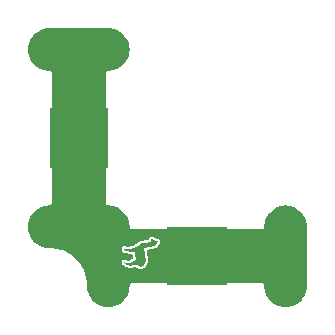
<source format=gbr>
%TF.GenerationSoftware,KiCad,Pcbnew,6.0.1-79c1e3a40b~116~ubuntu20.04.1*%
%TF.CreationDate,2022-01-29T12:22:12+01:00*%
%TF.ProjectId,pcb-connector-x2,7063622d-636f-46e6-9e65-63746f722d78,1*%
%TF.SameCoordinates,Original*%
%TF.FileFunction,Copper,L2,Bot*%
%TF.FilePolarity,Positive*%
%FSLAX46Y46*%
G04 Gerber Fmt 4.6, Leading zero omitted, Abs format (unit mm)*
G04 Created by KiCad (PCBNEW 6.0.1-79c1e3a40b~116~ubuntu20.04.1) date 2022-01-29 12:22:12*
%MOMM*%
%LPD*%
G01*
G04 APERTURE LIST*
%TA.AperFunction,ComponentPad*%
%ADD10C,0.800000*%
%TD*%
%TA.AperFunction,SMDPad,CuDef*%
%ADD11R,3.000000X5.200000*%
%TD*%
%TA.AperFunction,SMDPad,CuDef*%
%ADD12R,5.200000X3.000000*%
%TD*%
%TA.AperFunction,ComponentPad*%
%ADD13C,3.400000*%
%TD*%
G04 APERTURE END LIST*
%TO.C,G\u002A\u002A\u002A*%
G36*
X143738353Y-101038252D02*
G01*
X143748363Y-101046101D01*
X143761968Y-101061733D01*
X143772036Y-101074546D01*
X143789896Y-101099452D01*
X143805533Y-101123559D01*
X143825975Y-101157494D01*
X143840444Y-101145778D01*
X143858706Y-101135849D01*
X143883632Y-101133994D01*
X143910456Y-101142896D01*
X143938125Y-101161981D01*
X143965589Y-101190676D01*
X143991797Y-101228407D01*
X143991896Y-101228572D01*
X144002959Y-101245955D01*
X144011591Y-101257598D01*
X144015929Y-101260989D01*
X144016050Y-101260890D01*
X144023478Y-101257614D01*
X144040120Y-101251282D01*
X144063626Y-101242766D01*
X144091646Y-101232935D01*
X144125651Y-101221667D01*
X144150263Y-101215093D01*
X144166610Y-101213501D01*
X144176298Y-101217016D01*
X144180933Y-101225759D01*
X144182121Y-101239853D01*
X144181697Y-101245248D01*
X144177188Y-101256305D01*
X144166118Y-101268716D01*
X144146473Y-101285032D01*
X144145225Y-101286007D01*
X144127779Y-101300462D01*
X144108352Y-101317734D01*
X144088821Y-101335987D01*
X144071068Y-101353382D01*
X144056969Y-101368082D01*
X144048406Y-101378250D01*
X144047258Y-101382048D01*
X144052530Y-101380761D01*
X144066694Y-101376102D01*
X144085766Y-101369214D01*
X144096604Y-101365422D01*
X144122925Y-101359226D01*
X144140913Y-101360194D01*
X144149683Y-101368336D01*
X144149057Y-101371587D01*
X144141944Y-101382878D01*
X144128662Y-101399104D01*
X144111029Y-101417934D01*
X144097014Y-101432913D01*
X144073308Y-101460741D01*
X144048913Y-101491734D01*
X144027342Y-101521540D01*
X144007038Y-101550665D01*
X143987267Y-101576865D01*
X143969845Y-101596411D01*
X143952582Y-101611447D01*
X143933287Y-101624115D01*
X143909771Y-101636557D01*
X143902985Y-101639823D01*
X143885400Y-101647309D01*
X143866160Y-101653824D01*
X143843737Y-101659653D01*
X143816601Y-101665080D01*
X143783223Y-101670389D01*
X143742075Y-101675864D01*
X143691628Y-101681787D01*
X143630352Y-101688445D01*
X143612838Y-101690312D01*
X143568035Y-101695298D01*
X143532117Y-101699806D01*
X143502494Y-101704316D01*
X143476574Y-101709309D01*
X143451766Y-101715262D01*
X143425477Y-101722656D01*
X143395117Y-101731971D01*
X143390607Y-101733377D01*
X143348527Y-101745858D01*
X143300568Y-101759201D01*
X143252297Y-101771896D01*
X143209281Y-101782430D01*
X143199872Y-101784630D01*
X143156473Y-101795333D01*
X143123066Y-101804881D01*
X143097767Y-101814045D01*
X143078696Y-101823595D01*
X143063971Y-101834301D01*
X143051710Y-101846933D01*
X143045068Y-101855411D01*
X143036785Y-101869758D01*
X143032228Y-101885834D01*
X143031392Y-101905660D01*
X143034267Y-101931258D01*
X143040848Y-101964650D01*
X143051126Y-102007858D01*
X143055353Y-102024946D01*
X143063283Y-102058313D01*
X143068683Y-102084697D01*
X143071984Y-102107620D01*
X143073621Y-102130602D01*
X143074024Y-102157165D01*
X143073629Y-102190828D01*
X143073390Y-102219752D01*
X143074016Y-102251771D01*
X143075931Y-102282540D01*
X143079440Y-102314270D01*
X143084845Y-102349167D01*
X143092452Y-102389441D01*
X143102564Y-102437300D01*
X143115485Y-102494953D01*
X143126156Y-102543622D01*
X143137925Y-102605070D01*
X143145957Y-102659901D01*
X143150577Y-102711063D01*
X143152113Y-102761504D01*
X143150891Y-102814169D01*
X143145219Y-102883523D01*
X143130337Y-102970777D01*
X143107464Y-103051830D01*
X143077034Y-103125942D01*
X143039480Y-103192378D01*
X142995235Y-103250400D01*
X142944730Y-103299271D01*
X142888399Y-103338252D01*
X142826675Y-103366607D01*
X142806142Y-103372379D01*
X142769917Y-103377928D01*
X142731498Y-103379564D01*
X142695499Y-103377172D01*
X142666531Y-103370634D01*
X142657068Y-103367171D01*
X142647891Y-103363023D01*
X142648805Y-103360388D01*
X142658781Y-103357525D01*
X142670827Y-103352810D01*
X142674620Y-103345834D01*
X142667692Y-103337894D01*
X142650872Y-103329527D01*
X142624989Y-103321266D01*
X142590873Y-103313650D01*
X142578984Y-103311168D01*
X142547575Y-103303214D01*
X142512824Y-103293003D01*
X142480315Y-103282127D01*
X142418324Y-103261256D01*
X142336424Y-103239046D01*
X142261809Y-103225499D01*
X142195131Y-103220756D01*
X142182754Y-103220717D01*
X142155628Y-103221061D01*
X142135849Y-103222600D01*
X142119711Y-103226012D01*
X142103509Y-103231974D01*
X142083537Y-103241164D01*
X142059039Y-103252540D01*
X142010918Y-103272324D01*
X141966345Y-103286208D01*
X141923239Y-103294223D01*
X141879518Y-103296397D01*
X141833103Y-103292762D01*
X141781914Y-103283347D01*
X141723868Y-103268181D01*
X141656887Y-103247295D01*
X141641526Y-103242172D01*
X141581488Y-103220411D01*
X141531664Y-103198996D01*
X141490344Y-103177043D01*
X141455817Y-103153666D01*
X141426373Y-103127979D01*
X141411849Y-103114069D01*
X141395497Y-103100527D01*
X141383053Y-103093910D01*
X141372126Y-103092662D01*
X141355077Y-103094088D01*
X141355077Y-103032205D01*
X141355081Y-103024809D01*
X141355311Y-102999257D01*
X141356226Y-102983490D01*
X141358281Y-102975379D01*
X141361934Y-102972795D01*
X141367641Y-102973607D01*
X141374103Y-102976256D01*
X141390624Y-102987603D01*
X141408404Y-103004117D01*
X141423564Y-103022415D01*
X141423709Y-103022621D01*
X141431207Y-103029014D01*
X141445021Y-103035528D01*
X141466005Y-103042360D01*
X141495017Y-103049708D01*
X141532912Y-103057769D01*
X141580546Y-103066742D01*
X141638776Y-103076824D01*
X141708458Y-103088212D01*
X141713359Y-103088942D01*
X141754520Y-103091940D01*
X141799817Y-103090837D01*
X141843872Y-103085962D01*
X141881305Y-103077642D01*
X141885407Y-103076326D01*
X141900118Y-103070319D01*
X141915026Y-103061553D01*
X141932227Y-103048478D01*
X141953813Y-103029544D01*
X141981879Y-103003202D01*
X142023288Y-102965877D01*
X142063221Y-102935498D01*
X142101815Y-102912899D01*
X142141624Y-102896596D01*
X142185202Y-102885104D01*
X142187689Y-102884588D01*
X142215561Y-102878277D01*
X142235958Y-102871638D01*
X142252920Y-102862541D01*
X142270488Y-102848857D01*
X142292703Y-102828457D01*
X142296506Y-102824965D01*
X142327109Y-102801447D01*
X142363729Y-102779136D01*
X142401583Y-102760693D01*
X142435892Y-102748776D01*
X142453264Y-102744416D01*
X142423392Y-102727300D01*
X142417200Y-102723640D01*
X142373199Y-102689819D01*
X142336280Y-102646244D01*
X142306255Y-102592651D01*
X142282938Y-102528777D01*
X142272011Y-102486062D01*
X142262675Y-102433955D01*
X142257006Y-102377691D01*
X142254752Y-102314637D01*
X142255664Y-102242164D01*
X142259097Y-102131039D01*
X142239513Y-102134420D01*
X142232013Y-102135629D01*
X142186988Y-102140341D01*
X142133369Y-102142486D01*
X142074129Y-102142004D01*
X142012241Y-102138840D01*
X141976607Y-102136123D01*
X141933820Y-102132236D01*
X141898205Y-102127871D01*
X141866685Y-102122477D01*
X141836182Y-102115500D01*
X141803618Y-102106388D01*
X141765917Y-102094588D01*
X141737454Y-102085961D01*
X141698515Y-102075472D01*
X141660796Y-102066551D01*
X141629524Y-102060505D01*
X141581391Y-102052346D01*
X141538955Y-102043705D01*
X141504044Y-102034607D01*
X141474142Y-102024388D01*
X141446731Y-102012387D01*
X141430440Y-102004748D01*
X141413561Y-101998276D01*
X141402515Y-101996849D01*
X141394389Y-101999765D01*
X141380681Y-102006020D01*
X141362827Y-102011209D01*
X141342678Y-102015398D01*
X141342678Y-101834161D01*
X141378326Y-101858278D01*
X141380934Y-101860029D01*
X141404973Y-101874210D01*
X141427271Y-101882294D01*
X141454272Y-101886693D01*
X141461029Y-101887472D01*
X141485554Y-101890724D01*
X141517596Y-101895371D01*
X141553763Y-101900910D01*
X141590664Y-101906842D01*
X141610518Y-101910030D01*
X141655903Y-101916227D01*
X141693887Y-101919084D01*
X141727808Y-101918423D01*
X141761005Y-101914065D01*
X141796817Y-101905831D01*
X141838584Y-101893541D01*
X141878450Y-101881300D01*
X141923465Y-101868447D01*
X141965390Y-101857910D01*
X142008085Y-101848812D01*
X142055405Y-101840272D01*
X142111209Y-101831413D01*
X142141703Y-101826607D01*
X142184441Y-101818960D01*
X142216180Y-101811801D01*
X142237782Y-101804885D01*
X142250110Y-101797967D01*
X142254028Y-101790801D01*
X142254031Y-101790697D01*
X142258213Y-101783088D01*
X142268769Y-101769553D01*
X142283476Y-101752951D01*
X142297626Y-101739036D01*
X142317810Y-101723356D01*
X142343291Y-101708133D01*
X142377319Y-101691227D01*
X142449047Y-101653765D01*
X142524850Y-101603656D01*
X142595093Y-101544671D01*
X142627898Y-101515181D01*
X142666901Y-101484450D01*
X142705036Y-101460285D01*
X142745723Y-101440581D01*
X142792377Y-101423236D01*
X142856624Y-101404661D01*
X142927925Y-101389609D01*
X143007469Y-101377984D01*
X143097181Y-101369445D01*
X143115114Y-101367966D01*
X143159913Y-101363450D01*
X143209727Y-101357565D01*
X143259674Y-101350907D01*
X143304870Y-101344072D01*
X143327549Y-101340331D01*
X143363359Y-101334080D01*
X143390941Y-101328485D01*
X143412958Y-101322814D01*
X143432074Y-101316332D01*
X143450954Y-101308307D01*
X143472260Y-101298006D01*
X143486445Y-101291158D01*
X143512721Y-101279575D01*
X143535558Y-101270825D01*
X143551207Y-101266410D01*
X143554087Y-101265883D01*
X143571107Y-101260452D01*
X143582205Y-101253237D01*
X143584254Y-101249197D01*
X143587965Y-101232521D01*
X143590993Y-101205579D01*
X143593154Y-101169787D01*
X143593968Y-101151255D01*
X143595492Y-101125318D01*
X143597480Y-101108016D01*
X143600447Y-101096908D01*
X143604908Y-101089555D01*
X143611378Y-101083519D01*
X143623369Y-101071682D01*
X143633270Y-101057720D01*
X143635245Y-101054323D01*
X143645837Y-101046073D01*
X143664643Y-101042865D01*
X143666024Y-101042788D01*
X143690200Y-101040717D01*
X143714047Y-101037702D01*
X143727930Y-101036172D01*
X143738353Y-101038252D01*
G37*
%TD*%
D10*
%TO.P,J2,2,Pin_2*%
%TO.N,GND*%
X138000000Y-94000000D03*
X139000000Y-94000000D03*
X139500000Y-91500000D03*
X137500000Y-91500000D03*
X139500000Y-93500000D03*
D11*
X138500000Y-92500000D03*
D10*
X138000000Y-91000000D03*
X139000000Y-91000000D03*
X138500000Y-91500000D03*
X137500000Y-93500000D03*
X138500000Y-93500000D03*
%TD*%
%TO.P,J3,2,Pin_2*%
%TO.N,GND*%
X146000000Y-103000000D03*
X146000000Y-104000000D03*
X148500000Y-104500000D03*
X148500000Y-102500000D03*
X146500000Y-104500000D03*
D12*
X147500000Y-103500000D03*
D10*
X149000000Y-103000000D03*
X149000000Y-104000000D03*
X148500000Y-103500000D03*
X146500000Y-102500000D03*
X146500000Y-103500000D03*
%TD*%
%TO.P,J1,2,Pin_2*%
%TO.N,GND*%
X149000000Y-102000000D03*
X149000000Y-101000000D03*
X146500000Y-100500000D03*
X146500000Y-102500000D03*
X148500000Y-100500000D03*
D12*
X147500000Y-101500000D03*
D10*
X146000000Y-102000000D03*
X146000000Y-101000000D03*
X146500000Y-101500000D03*
X148500000Y-102500000D03*
X148500000Y-101500000D03*
%TD*%
%TO.P,J4,2,Pin_2*%
%TO.N,GND*%
X137000000Y-91000000D03*
X136000000Y-91000000D03*
X135500000Y-93500000D03*
X137500000Y-93500000D03*
X135500000Y-91500000D03*
D11*
X136500000Y-92500000D03*
D10*
X137000000Y-94000000D03*
X136000000Y-94000000D03*
X136500000Y-93500000D03*
X137500000Y-91500000D03*
X136500000Y-91500000D03*
%TD*%
D13*
%TO.P,H2,1,1*%
%TO.N,GND*%
X140000000Y-105000000D03*
%TD*%
%TO.P,H7,1,1*%
%TO.N,GND*%
X140000000Y-85000000D03*
%TD*%
%TO.P,H1,1,1*%
%TO.N,GND*%
X155000000Y-100000000D03*
%TD*%
%TO.P,H3,1,1*%
%TO.N,GND*%
X140000000Y-100000000D03*
%TD*%
%TO.P,H6,1,1*%
%TO.N,GND*%
X135000000Y-85000000D03*
%TD*%
%TO.P,H5,1,1*%
%TO.N,GND*%
X155000000Y-105000000D03*
%TD*%
%TO.P,H4,1,1*%
%TO.N,GND*%
X135000000Y-100000000D03*
%TD*%
%TA.AperFunction,Conductor*%
%TO.N,GND*%
G36*
X139988227Y-83202518D02*
G01*
X139999642Y-83205143D01*
X140010517Y-83202682D01*
X140021663Y-83202702D01*
X140021662Y-83203015D01*
X140031612Y-83202261D01*
X140249112Y-83217816D01*
X140263088Y-83219827D01*
X140500200Y-83271408D01*
X140513747Y-83275385D01*
X140603110Y-83308716D01*
X140741113Y-83360188D01*
X140753962Y-83366056D01*
X140966938Y-83482351D01*
X140978820Y-83489987D01*
X141173077Y-83635405D01*
X141183753Y-83644655D01*
X141355345Y-83816247D01*
X141364595Y-83826923D01*
X141510013Y-84021180D01*
X141517649Y-84033062D01*
X141633944Y-84246038D01*
X141639812Y-84258887D01*
X141724614Y-84486250D01*
X141728593Y-84499803D01*
X141780173Y-84736909D01*
X141782184Y-84750891D01*
X141799495Y-84992938D01*
X141799495Y-85007062D01*
X141782184Y-85249109D01*
X141780173Y-85263091D01*
X141728593Y-85500197D01*
X141724614Y-85513750D01*
X141639812Y-85741113D01*
X141633944Y-85753962D01*
X141517649Y-85966938D01*
X141510013Y-85978820D01*
X141364595Y-86173077D01*
X141355345Y-86183753D01*
X141183753Y-86355345D01*
X141173077Y-86364595D01*
X140978820Y-86510013D01*
X140966938Y-86517649D01*
X140753962Y-86633944D01*
X140741113Y-86639812D01*
X140603110Y-86691284D01*
X140513747Y-86724615D01*
X140500200Y-86728592D01*
X140263088Y-86780173D01*
X140249112Y-86782184D01*
X140032127Y-86797702D01*
X140022372Y-86796946D01*
X140022371Y-86797374D01*
X140011221Y-86797355D01*
X140000358Y-86794857D01*
X139989486Y-86797317D01*
X139989485Y-86797317D01*
X139989096Y-86797405D01*
X139988566Y-86797525D01*
X139966640Y-86799965D01*
X139965702Y-86799964D01*
X139965699Y-86799965D01*
X139954551Y-86799955D01*
X139943894Y-86805072D01*
X139922890Y-86812386D01*
X139922235Y-86812534D01*
X139922233Y-86812535D01*
X139911361Y-86814995D01*
X139901894Y-86822512D01*
X139883193Y-86834220D01*
X139872295Y-86839453D01*
X139865334Y-86848157D01*
X139865333Y-86848158D01*
X139864913Y-86848684D01*
X139849157Y-86864385D01*
X139848633Y-86864801D01*
X139848631Y-86864803D01*
X139839900Y-86871736D01*
X139835039Y-86881770D01*
X139835038Y-86881771D01*
X139834630Y-86882613D01*
X139822853Y-86901278D01*
X139815306Y-86910715D01*
X139812808Y-86921578D01*
X139812806Y-86921583D01*
X139812656Y-86922236D01*
X139805267Y-86943220D01*
X139800115Y-86953853D01*
X139800054Y-86977041D01*
X139798333Y-86977036D01*
X139798357Y-86977277D01*
X139800000Y-86977277D01*
X139800000Y-86997758D01*
X139799876Y-87045100D01*
X139799995Y-87045350D01*
X139800000Y-87045390D01*
X139800000Y-97994123D01*
X139799955Y-98045449D01*
X139804781Y-98055498D01*
X139804781Y-98055500D01*
X139805185Y-98056341D01*
X139812463Y-98077183D01*
X139812670Y-98078093D01*
X139812672Y-98078096D01*
X139815150Y-98088962D01*
X139822097Y-98097680D01*
X139822520Y-98098211D01*
X139834334Y-98117046D01*
X139834625Y-98117653D01*
X139834628Y-98117657D01*
X139839453Y-98127705D01*
X139848893Y-98135254D01*
X139864484Y-98150872D01*
X139872015Y-98160323D01*
X139882058Y-98165167D01*
X139882663Y-98165459D01*
X139901478Y-98177308D01*
X139902005Y-98177730D01*
X139902010Y-98177732D01*
X139910715Y-98184694D01*
X139922405Y-98187382D01*
X139922492Y-98187402D01*
X139943318Y-98194715D01*
X139954202Y-98199965D01*
X139966018Y-98199975D01*
X139988120Y-98202494D01*
X139988774Y-98202644D01*
X139988775Y-98202644D01*
X139999642Y-98205143D01*
X140010517Y-98202682D01*
X140021664Y-98202702D01*
X140021664Y-98202863D01*
X140031669Y-98202076D01*
X140103759Y-98206801D01*
X140228475Y-98214975D01*
X140241302Y-98216663D01*
X140459516Y-98260068D01*
X140472016Y-98263418D01*
X140682691Y-98334933D01*
X140694653Y-98339889D01*
X140735816Y-98360188D01*
X140894180Y-98438284D01*
X140905386Y-98444753D01*
X141090385Y-98568365D01*
X141100639Y-98576233D01*
X141267914Y-98722930D01*
X141277069Y-98732085D01*
X141423767Y-98899361D01*
X141431635Y-98909615D01*
X141555247Y-99094614D01*
X141561716Y-99105820D01*
X141633929Y-99252253D01*
X141660111Y-99305346D01*
X141665067Y-99317309D01*
X141736581Y-99527980D01*
X141739932Y-99540484D01*
X141780381Y-99743833D01*
X141783336Y-99758691D01*
X141785026Y-99771530D01*
X141797891Y-99967816D01*
X141797101Y-99977628D01*
X141797375Y-99977628D01*
X141797355Y-99988778D01*
X141794857Y-99999642D01*
X141797317Y-100010514D01*
X141797317Y-100010516D01*
X141797525Y-100011433D01*
X141799965Y-100033360D01*
X141799964Y-100034298D01*
X141799965Y-100034301D01*
X141799955Y-100045449D01*
X141805072Y-100056106D01*
X141812386Y-100077110D01*
X141814995Y-100088639D01*
X141822512Y-100098106D01*
X141834220Y-100116807D01*
X141839453Y-100127705D01*
X141848157Y-100134666D01*
X141848158Y-100134667D01*
X141848684Y-100135087D01*
X141864385Y-100150843D01*
X141864801Y-100151367D01*
X141864803Y-100151369D01*
X141871736Y-100160100D01*
X141881770Y-100164961D01*
X141881771Y-100164962D01*
X141882613Y-100165370D01*
X141901279Y-100177147D01*
X141910715Y-100184694D01*
X141921578Y-100187192D01*
X141921583Y-100187194D01*
X141922236Y-100187344D01*
X141943220Y-100194733D01*
X141943822Y-100195025D01*
X141943823Y-100195025D01*
X141953853Y-100199885D01*
X141977041Y-100199946D01*
X141977036Y-100201667D01*
X141977277Y-100201643D01*
X141977277Y-100200000D01*
X141997758Y-100200000D01*
X142044297Y-100200122D01*
X142044298Y-100200122D01*
X142045100Y-100200124D01*
X142045350Y-100200005D01*
X142045390Y-100200000D01*
X152997758Y-100200000D01*
X153033953Y-100200095D01*
X153033954Y-100200095D01*
X153045100Y-100200124D01*
X153055157Y-100195317D01*
X153055159Y-100195316D01*
X153056242Y-100194798D01*
X153076918Y-100187598D01*
X153088962Y-100184850D01*
X153098001Y-100177647D01*
X153117001Y-100165752D01*
X153117365Y-100165578D01*
X153117366Y-100165577D01*
X153127424Y-100160769D01*
X153135153Y-100151139D01*
X153150664Y-100135682D01*
X153151604Y-100134933D01*
X153160323Y-100127985D01*
X153165344Y-100117575D01*
X153177306Y-100098618D01*
X153177560Y-100098301D01*
X153184538Y-100089607D01*
X153187328Y-100077572D01*
X153194601Y-100056920D01*
X153199965Y-100045798D01*
X153199975Y-100034243D01*
X153202532Y-100011975D01*
X153202871Y-100010516D01*
X153205142Y-100000716D01*
X153205143Y-100000000D01*
X153203899Y-99994545D01*
X153203278Y-99988995D01*
X153203870Y-99988929D01*
X153202280Y-99968132D01*
X153217816Y-99750891D01*
X153219827Y-99736909D01*
X153263941Y-99534126D01*
X153271408Y-99499800D01*
X153275386Y-99486250D01*
X153280499Y-99472543D01*
X153340687Y-99311170D01*
X153360188Y-99258887D01*
X153366056Y-99246038D01*
X153482351Y-99033062D01*
X153489987Y-99021180D01*
X153635405Y-98826923D01*
X153644655Y-98816247D01*
X153816247Y-98644655D01*
X153826923Y-98635405D01*
X154021180Y-98489987D01*
X154033062Y-98482351D01*
X154246038Y-98366056D01*
X154258887Y-98360188D01*
X154396890Y-98308716D01*
X154486253Y-98275385D01*
X154499800Y-98271408D01*
X154736912Y-98219827D01*
X154750888Y-98217816D01*
X154992939Y-98200505D01*
X155007061Y-98200505D01*
X155249112Y-98217816D01*
X155263088Y-98219827D01*
X155500200Y-98271408D01*
X155513747Y-98275385D01*
X155603110Y-98308716D01*
X155741113Y-98360188D01*
X155753962Y-98366056D01*
X155966938Y-98482351D01*
X155978820Y-98489987D01*
X156173077Y-98635405D01*
X156183753Y-98644655D01*
X156355345Y-98816247D01*
X156364595Y-98826923D01*
X156510013Y-99021180D01*
X156517649Y-99033062D01*
X156633944Y-99246038D01*
X156639812Y-99258887D01*
X156659313Y-99311170D01*
X156719502Y-99472543D01*
X156724614Y-99486250D01*
X156728592Y-99499800D01*
X156736060Y-99534126D01*
X156780173Y-99736909D01*
X156782184Y-99750891D01*
X156797702Y-99967873D01*
X156796946Y-99977628D01*
X156797374Y-99977629D01*
X156797355Y-99988779D01*
X156794857Y-99999642D01*
X156797317Y-100010514D01*
X156797317Y-100010515D01*
X156797559Y-100011583D01*
X156800000Y-100033432D01*
X156800000Y-104966040D01*
X156797482Y-104988227D01*
X156794857Y-104999642D01*
X156797318Y-105010517D01*
X156797298Y-105021663D01*
X156796985Y-105021662D01*
X156797739Y-105031614D01*
X156782184Y-105249109D01*
X156780173Y-105263091D01*
X156728593Y-105500197D01*
X156724614Y-105513750D01*
X156639812Y-105741113D01*
X156633944Y-105753962D01*
X156517649Y-105966938D01*
X156510013Y-105978820D01*
X156364595Y-106173077D01*
X156355345Y-106183753D01*
X156183753Y-106355345D01*
X156173077Y-106364595D01*
X155978820Y-106510013D01*
X155966938Y-106517649D01*
X155753962Y-106633944D01*
X155741113Y-106639812D01*
X155603110Y-106691284D01*
X155513747Y-106724615D01*
X155500200Y-106728592D01*
X155263088Y-106780173D01*
X155249112Y-106782184D01*
X155007061Y-106799495D01*
X154992939Y-106799495D01*
X154750888Y-106782184D01*
X154736912Y-106780173D01*
X154499800Y-106728592D01*
X154486253Y-106724615D01*
X154396890Y-106691284D01*
X154258887Y-106639812D01*
X154246038Y-106633944D01*
X154033062Y-106517649D01*
X154021180Y-106510013D01*
X153826923Y-106364595D01*
X153816247Y-106355345D01*
X153644655Y-106183753D01*
X153635405Y-106173077D01*
X153489987Y-105978820D01*
X153482351Y-105966938D01*
X153366056Y-105753962D01*
X153360188Y-105741113D01*
X153275386Y-105513750D01*
X153271407Y-105500197D01*
X153219827Y-105263091D01*
X153217816Y-105249109D01*
X153202316Y-105032382D01*
X153203927Y-105011833D01*
X153203235Y-105011753D01*
X153203877Y-105006175D01*
X153205142Y-105000716D01*
X153205143Y-105000000D01*
X153203900Y-104994550D01*
X153203899Y-104994543D01*
X153202514Y-104988470D01*
X153200035Y-104966372D01*
X153200036Y-104965701D01*
X153200035Y-104965698D01*
X153200045Y-104954551D01*
X153195058Y-104944164D01*
X153194815Y-104943659D01*
X153187537Y-104922817D01*
X153187330Y-104921907D01*
X153187328Y-104921904D01*
X153184850Y-104911038D01*
X153177480Y-104901789D01*
X153165666Y-104882954D01*
X153165375Y-104882347D01*
X153165372Y-104882343D01*
X153160547Y-104872295D01*
X153151107Y-104864746D01*
X153135516Y-104849128D01*
X153127985Y-104839677D01*
X153117337Y-104834541D01*
X153098522Y-104822692D01*
X153097995Y-104822270D01*
X153097990Y-104822268D01*
X153089285Y-104815306D01*
X153077508Y-104812598D01*
X153056682Y-104805285D01*
X153055836Y-104804877D01*
X153045798Y-104800035D01*
X153034653Y-104800025D01*
X153034652Y-104800025D01*
X153022787Y-104800015D01*
X153022789Y-104798270D01*
X153022723Y-104798276D01*
X153022723Y-104800000D01*
X153005877Y-104800000D01*
X152954840Y-104799955D01*
X152954551Y-104799955D01*
X152954463Y-104799997D01*
X152954439Y-104800000D01*
X142005877Y-104800000D01*
X141954551Y-104799955D01*
X141944502Y-104804781D01*
X141944500Y-104804781D01*
X141943659Y-104805185D01*
X141922817Y-104812463D01*
X141921907Y-104812670D01*
X141921904Y-104812672D01*
X141911038Y-104815150D01*
X141902320Y-104822097D01*
X141901789Y-104822520D01*
X141882954Y-104834334D01*
X141882347Y-104834625D01*
X141882343Y-104834628D01*
X141872295Y-104839453D01*
X141864746Y-104848893D01*
X141849128Y-104864484D01*
X141839677Y-104872015D01*
X141834593Y-104882555D01*
X141834541Y-104882663D01*
X141822692Y-104901478D01*
X141822270Y-104902005D01*
X141822268Y-104902010D01*
X141815306Y-104910715D01*
X141812808Y-104921581D01*
X141812598Y-104922492D01*
X141805285Y-104943318D01*
X141800035Y-104954202D01*
X141800025Y-104965701D01*
X141800025Y-104966016D01*
X141797506Y-104988120D01*
X141797426Y-104988470D01*
X141794857Y-104999642D01*
X141797318Y-105010517D01*
X141797298Y-105021663D01*
X141796985Y-105021662D01*
X141797739Y-105031614D01*
X141782184Y-105249109D01*
X141780173Y-105263091D01*
X141728593Y-105500197D01*
X141724614Y-105513750D01*
X141639812Y-105741113D01*
X141633944Y-105753962D01*
X141517649Y-105966938D01*
X141510013Y-105978820D01*
X141364595Y-106173077D01*
X141355345Y-106183753D01*
X141183753Y-106355345D01*
X141173077Y-106364595D01*
X140978820Y-106510013D01*
X140966938Y-106517649D01*
X140753962Y-106633944D01*
X140741113Y-106639812D01*
X140603110Y-106691284D01*
X140513747Y-106724615D01*
X140500200Y-106728592D01*
X140263088Y-106780173D01*
X140249112Y-106782184D01*
X140007061Y-106799495D01*
X139992939Y-106799495D01*
X139750888Y-106782184D01*
X139736912Y-106780173D01*
X139499800Y-106728592D01*
X139486253Y-106724615D01*
X139396890Y-106691284D01*
X139258887Y-106639812D01*
X139246038Y-106633944D01*
X139033062Y-106517649D01*
X139021180Y-106510013D01*
X138826923Y-106364595D01*
X138816247Y-106355345D01*
X138644655Y-106183753D01*
X138635405Y-106173077D01*
X138489987Y-105978820D01*
X138482351Y-105966938D01*
X138366056Y-105753962D01*
X138360188Y-105741113D01*
X138275386Y-105513750D01*
X138271407Y-105500197D01*
X138219827Y-105263091D01*
X138217816Y-105249109D01*
X138202316Y-105032382D01*
X138203927Y-105011833D01*
X138203235Y-105011753D01*
X138203877Y-105006176D01*
X138205142Y-105000716D01*
X138205143Y-105000000D01*
X138204197Y-104995852D01*
X138204135Y-104995100D01*
X138203804Y-104988774D01*
X138186838Y-104665050D01*
X138134368Y-104333769D01*
X138047558Y-104009788D01*
X137927357Y-103696656D01*
X137926184Y-103694353D01*
X137926180Y-103694345D01*
X137776261Y-103400111D01*
X137776256Y-103400103D01*
X137775085Y-103397804D01*
X137773671Y-103395626D01*
X137593824Y-103118687D01*
X137593818Y-103118679D01*
X137592407Y-103116506D01*
X137381327Y-102855844D01*
X137144156Y-102618673D01*
X136883494Y-102407593D01*
X136881321Y-102406182D01*
X136881313Y-102406176D01*
X136604374Y-102226329D01*
X136604368Y-102226326D01*
X136602196Y-102224915D01*
X136599897Y-102223744D01*
X136599889Y-102223739D01*
X136305655Y-102073820D01*
X136305647Y-102073816D01*
X136303344Y-102072643D01*
X136143440Y-102011261D01*
X141137577Y-102011261D01*
X141142626Y-102035654D01*
X141142678Y-102035980D01*
X141142678Y-102037944D01*
X141143714Y-102042486D01*
X141143715Y-102042492D01*
X141147016Y-102056961D01*
X141147440Y-102058912D01*
X141150145Y-102071981D01*
X141156072Y-102100614D01*
X141157357Y-102102295D01*
X141157828Y-102104360D01*
X141164106Y-102112238D01*
X141164107Y-102112241D01*
X141184377Y-102137678D01*
X141185606Y-102139252D01*
X141211486Y-102173109D01*
X141213376Y-102174068D01*
X141214693Y-102175721D01*
X141250628Y-102193054D01*
X141253020Y-102194208D01*
X141254805Y-102195091D01*
X141292856Y-102214399D01*
X141294974Y-102214444D01*
X141296880Y-102215363D01*
X141306934Y-102215372D01*
X141306935Y-102215372D01*
X141327731Y-102215390D01*
X141339499Y-102215400D01*
X141341469Y-102215422D01*
X141361140Y-102215836D01*
X141363061Y-102215437D01*
X141363397Y-102215421D01*
X141388127Y-102215443D01*
X141388128Y-102215443D01*
X141388126Y-102217834D01*
X141428434Y-102220751D01*
X141431619Y-102222413D01*
X141437040Y-102223826D01*
X141437041Y-102223826D01*
X141442858Y-102225342D01*
X141449900Y-102227460D01*
X141460701Y-102231151D01*
X141466222Y-102231733D01*
X141468055Y-102232138D01*
X141473300Y-102233565D01*
X141476783Y-102235149D01*
X141491121Y-102238069D01*
X141496320Y-102239275D01*
X141504958Y-102241526D01*
X141504962Y-102241527D01*
X141510336Y-102242927D01*
X141515247Y-102243078D01*
X141518447Y-102243633D01*
X141521718Y-102244299D01*
X141522665Y-102244532D01*
X141525562Y-102245736D01*
X141531073Y-102246670D01*
X141531083Y-102246673D01*
X141543137Y-102248716D01*
X141546328Y-102249310D01*
X141563578Y-102252823D01*
X141566708Y-102252750D01*
X141567677Y-102252875D01*
X141592747Y-102257125D01*
X141594976Y-102257529D01*
X141616789Y-102261746D01*
X141620755Y-102262598D01*
X141647988Y-102269039D01*
X141650924Y-102269781D01*
X141680971Y-102277876D01*
X141683920Y-102278720D01*
X141706538Y-102285575D01*
X141707395Y-102285839D01*
X141724510Y-102291196D01*
X141725286Y-102291475D01*
X141727842Y-102292867D01*
X141733235Y-102294376D01*
X141733237Y-102294377D01*
X141745332Y-102297762D01*
X141748220Y-102298618D01*
X141762872Y-102303203D01*
X141762879Y-102303205D01*
X141765394Y-102303992D01*
X141765946Y-102304036D01*
X141767482Y-102304452D01*
X141769436Y-102305398D01*
X141784616Y-102308870D01*
X141789190Y-102310033D01*
X141804001Y-102314177D01*
X141806346Y-102314291D01*
X141807745Y-102314606D01*
X141810552Y-102315778D01*
X141822443Y-102317813D01*
X141824774Y-102318212D01*
X141830147Y-102319285D01*
X141838646Y-102321229D01*
X141838649Y-102321229D01*
X141844069Y-102322469D01*
X141847214Y-102322471D01*
X141849030Y-102322789D01*
X141851321Y-102323621D01*
X141866853Y-102325525D01*
X141871460Y-102326202D01*
X141881206Y-102327870D01*
X141881212Y-102327870D01*
X141886692Y-102328808D01*
X141889276Y-102328666D01*
X141892116Y-102329039D01*
X141893096Y-102329360D01*
X141897863Y-102329793D01*
X141911051Y-102330991D01*
X141914140Y-102331320D01*
X141926357Y-102332818D01*
X141926362Y-102332818D01*
X141931868Y-102333493D01*
X141934833Y-102333189D01*
X141935739Y-102333234D01*
X141937242Y-102333371D01*
X141937370Y-102333389D01*
X141938744Y-102333817D01*
X141959335Y-102335387D01*
X141960581Y-102335491D01*
X141971234Y-102336459D01*
X142027474Y-102360556D01*
X142058810Y-102413108D01*
X142060774Y-102425129D01*
X142061229Y-102429649D01*
X142061440Y-102431743D01*
X142061543Y-102435688D01*
X142061716Y-102435677D01*
X142062075Y-102441262D01*
X142061802Y-102446860D01*
X142062790Y-102452373D01*
X142062790Y-102452375D01*
X142063783Y-102457916D01*
X142064835Y-102465448D01*
X142065385Y-102470907D01*
X142065387Y-102470915D01*
X142065943Y-102476437D01*
X142067714Y-102481699D01*
X142068888Y-102487136D01*
X142068729Y-102487170D01*
X142069709Y-102490994D01*
X142071197Y-102499302D01*
X142071814Y-102503190D01*
X142072482Y-102508019D01*
X142072619Y-102513614D01*
X142074005Y-102519032D01*
X142074006Y-102519038D01*
X142075537Y-102525020D01*
X142077076Y-102532107D01*
X142079122Y-102543527D01*
X142081293Y-102548639D01*
X142082774Y-102553615D01*
X142083795Y-102557303D01*
X142084299Y-102559269D01*
X142084474Y-102559954D01*
X142086038Y-102568210D01*
X142086581Y-102570457D01*
X142087273Y-102576014D01*
X142089193Y-102581273D01*
X142089194Y-102581278D01*
X142089954Y-102583359D01*
X142092865Y-102592762D01*
X142093387Y-102594802D01*
X142093390Y-102594810D01*
X142093828Y-102596521D01*
X142093828Y-102596526D01*
X142094763Y-102600180D01*
X142094014Y-102600372D01*
X142096754Y-102656997D01*
X142063224Y-102708177D01*
X142038753Y-102722604D01*
X142037843Y-102722977D01*
X142029946Y-102725825D01*
X142020363Y-102728828D01*
X142015530Y-102731658D01*
X142012995Y-102732780D01*
X142010295Y-102734258D01*
X142005155Y-102736363D01*
X141996878Y-102742184D01*
X141989965Y-102746627D01*
X141975811Y-102754915D01*
X141966548Y-102759703D01*
X141960213Y-102762565D01*
X141955760Y-102765952D01*
X141954851Y-102766494D01*
X141948499Y-102770748D01*
X141947503Y-102771492D01*
X141942705Y-102774302D01*
X141938655Y-102778105D01*
X141938651Y-102778108D01*
X141937574Y-102779120D01*
X141929749Y-102785739D01*
X141919244Y-102793731D01*
X141915668Y-102796069D01*
X141915710Y-102796128D01*
X141911155Y-102799384D01*
X141906261Y-102802106D01*
X141902101Y-102805856D01*
X141902099Y-102805857D01*
X141898627Y-102808987D01*
X141892295Y-102814234D01*
X141884252Y-102820353D01*
X141880692Y-102824613D01*
X141876667Y-102828458D01*
X141876625Y-102828414D01*
X141873659Y-102831492D01*
X141863537Y-102840615D01*
X141863265Y-102840838D01*
X141861576Y-102841822D01*
X141858169Y-102845019D01*
X141858165Y-102845023D01*
X141857982Y-102845195D01*
X141848587Y-102854014D01*
X141847208Y-102855308D01*
X141845759Y-102856641D01*
X141835338Y-102866034D01*
X141779455Y-102890949D01*
X141771469Y-102891468D01*
X141766267Y-102891595D01*
X141764159Y-102891646D01*
X141754573Y-102891414D01*
X141740415Y-102890383D01*
X141731671Y-102889352D01*
X141672365Y-102879660D01*
X141671454Y-102879507D01*
X141616821Y-102870048D01*
X141615484Y-102869806D01*
X141573299Y-102861860D01*
X141571116Y-102861421D01*
X141569935Y-102861170D01*
X141527104Y-102839830D01*
X141526771Y-102839230D01*
X141524324Y-102837501D01*
X141522584Y-102835607D01*
X141518114Y-102832537D01*
X141517803Y-102832293D01*
X141516297Y-102830986D01*
X141514283Y-102829498D01*
X141510212Y-102825717D01*
X141505402Y-102822936D01*
X141500933Y-102819634D01*
X141501228Y-102819235D01*
X141499050Y-102817509D01*
X141498944Y-102817667D01*
X141489690Y-102811449D01*
X141482052Y-102803331D01*
X141445267Y-102789175D01*
X141432711Y-102783303D01*
X141429006Y-102781243D01*
X141429003Y-102781242D01*
X141419256Y-102775822D01*
X141409832Y-102775266D01*
X141405424Y-102773518D01*
X141394300Y-102774309D01*
X141385986Y-102773025D01*
X141378605Y-102772679D01*
X141366441Y-102770656D01*
X141366440Y-102770656D01*
X141355441Y-102768827D01*
X141346825Y-102771340D01*
X141343277Y-102771341D01*
X141339298Y-102771106D01*
X141339296Y-102771106D01*
X141328167Y-102770450D01*
X141317855Y-102774684D01*
X141314369Y-102775266D01*
X141311005Y-102776333D01*
X141299898Y-102777257D01*
X141290289Y-102782906D01*
X141290287Y-102782907D01*
X141288945Y-102783696D01*
X141283715Y-102786404D01*
X141273918Y-102788385D01*
X141254022Y-102803450D01*
X141244450Y-102809856D01*
X141221238Y-102823503D01*
X141215440Y-102832149D01*
X141210171Y-102836605D01*
X141210058Y-102836740D01*
X141201172Y-102843468D01*
X141196082Y-102853386D01*
X141192549Y-102857594D01*
X141189017Y-102862728D01*
X141186346Y-102867541D01*
X141178904Y-102875843D01*
X141173392Y-102894846D01*
X141173038Y-102894743D01*
X141172896Y-102895586D01*
X141170414Y-102899286D01*
X141169341Y-102906783D01*
X141167687Y-102913311D01*
X141167685Y-102913316D01*
X141165696Y-102921167D01*
X141164813Y-102924419D01*
X141153484Y-102963477D01*
X141155328Y-102974468D01*
X141155046Y-102979317D01*
X141155438Y-102984291D01*
X141155385Y-102990138D01*
X141155223Y-102994964D01*
X141154341Y-103010178D01*
X141155064Y-103014488D01*
X141155077Y-103014953D01*
X141155077Y-103023882D01*
X141155073Y-103024773D01*
X141154966Y-103036691D01*
X141154886Y-103045554D01*
X141155066Y-103046377D01*
X141155069Y-103046444D01*
X141155065Y-103054142D01*
X141154807Y-103057768D01*
X141151991Y-103065116D01*
X141152910Y-103076223D01*
X141154740Y-103098336D01*
X141155077Y-103106500D01*
X141155077Y-103116634D01*
X141156312Y-103122050D01*
X141156934Y-103127571D01*
X141156861Y-103127579D01*
X141157503Y-103131730D01*
X141157756Y-103134791D01*
X141159516Y-103156053D01*
X141165162Y-103165664D01*
X141166223Y-103169014D01*
X141167748Y-103172182D01*
X141170227Y-103183050D01*
X141185440Y-103202141D01*
X141193366Y-103213677D01*
X141205733Y-103234730D01*
X141214991Y-103240944D01*
X141217400Y-103243502D01*
X141220145Y-103245693D01*
X141227092Y-103254411D01*
X141237132Y-103259254D01*
X141237134Y-103259255D01*
X141249068Y-103265011D01*
X141261230Y-103271978D01*
X141281497Y-103285581D01*
X141292532Y-103287165D01*
X141295996Y-103288496D01*
X141323135Y-103304671D01*
X141324872Y-103306537D01*
X141329511Y-103309678D01*
X141330566Y-103310581D01*
X141335859Y-103314657D01*
X141337142Y-103315544D01*
X141341328Y-103319197D01*
X141346222Y-103321827D01*
X141346225Y-103321829D01*
X141347745Y-103322646D01*
X141356374Y-103327866D01*
X141363406Y-103332627D01*
X141371546Y-103338878D01*
X141372208Y-103339332D01*
X141376440Y-103343002D01*
X141381383Y-103345628D01*
X141381389Y-103345632D01*
X141382393Y-103346165D01*
X141391453Y-103351617D01*
X141392280Y-103352177D01*
X141392283Y-103352179D01*
X141396884Y-103355294D01*
X141402062Y-103357308D01*
X141402650Y-103357616D01*
X141412066Y-103361930D01*
X141418803Y-103365509D01*
X141422389Y-103367758D01*
X141422431Y-103367684D01*
X141427290Y-103370459D01*
X141431811Y-103373769D01*
X141441354Y-103377871D01*
X141448709Y-103381398D01*
X141452832Y-103383588D01*
X141452834Y-103383589D01*
X141457738Y-103386194D01*
X141463099Y-103387644D01*
X141468263Y-103389684D01*
X141468236Y-103389751D01*
X141472230Y-103391142D01*
X141483993Y-103396198D01*
X141487570Y-103397853D01*
X141491973Y-103400698D01*
X141497233Y-103402605D01*
X141497238Y-103402607D01*
X141505159Y-103405478D01*
X141510512Y-103407597D01*
X141518114Y-103410864D01*
X141518120Y-103410866D01*
X141523225Y-103413060D01*
X141528371Y-103414005D01*
X141532160Y-103415264D01*
X141554045Y-103423197D01*
X141554572Y-103423414D01*
X141556695Y-103424710D01*
X141562000Y-103426479D01*
X141562012Y-103426484D01*
X141573688Y-103430377D01*
X141574007Y-103430500D01*
X141575657Y-103431464D01*
X141580043Y-103432832D01*
X141580051Y-103432835D01*
X141582084Y-103433469D01*
X141586330Y-103434899D01*
X141589340Y-103435990D01*
X141589343Y-103435991D01*
X141594570Y-103437885D01*
X141597038Y-103438191D01*
X141597601Y-103438353D01*
X141615000Y-103444155D01*
X141616901Y-103444341D01*
X141617224Y-103444426D01*
X141624864Y-103446808D01*
X141645433Y-103453222D01*
X141647500Y-103453942D01*
X141651325Y-103455941D01*
X141656743Y-103457357D01*
X141656747Y-103457358D01*
X141666552Y-103459920D01*
X141670982Y-103461188D01*
X141685855Y-103465826D01*
X141690154Y-103466162D01*
X141692321Y-103466653D01*
X141709536Y-103471151D01*
X141713276Y-103472207D01*
X141718253Y-103473718D01*
X141723387Y-103475937D01*
X141734889Y-103478052D01*
X141742003Y-103479634D01*
X141747789Y-103481146D01*
X141747799Y-103481147D01*
X141753170Y-103482551D01*
X141758720Y-103482725D01*
X141764150Y-103483509D01*
X141767903Y-103484125D01*
X141778882Y-103486144D01*
X141788118Y-103488434D01*
X141789491Y-103488700D01*
X141794834Y-103490377D01*
X141800413Y-103490814D01*
X141800414Y-103490814D01*
X141801481Y-103490897D01*
X141802014Y-103490939D01*
X141812186Y-103492269D01*
X141819099Y-103493541D01*
X141824651Y-103493305D01*
X141825874Y-103493391D01*
X141835512Y-103493563D01*
X141849208Y-103494636D01*
X141858841Y-103495869D01*
X141861238Y-103496296D01*
X141861241Y-103496296D01*
X141866756Y-103497279D01*
X141872351Y-103497001D01*
X141874973Y-103497167D01*
X141877996Y-103497210D01*
X141880843Y-103497113D01*
X141886380Y-103497547D01*
X141891878Y-103496738D01*
X141891881Y-103496738D01*
X141894427Y-103496364D01*
X141903913Y-103495432D01*
X141912454Y-103495007D01*
X141919391Y-103494662D01*
X141928482Y-103494628D01*
X141929288Y-103494662D01*
X141931868Y-103494771D01*
X141931869Y-103494771D01*
X141937460Y-103495007D01*
X141942962Y-103493984D01*
X141946448Y-103493737D01*
X141950149Y-103493133D01*
X141955690Y-103492857D01*
X141961028Y-103491357D01*
X141961034Y-103491356D01*
X141964431Y-103490401D01*
X141973111Y-103488378D01*
X141986983Y-103485799D01*
X141997571Y-103484416D01*
X141998543Y-103484342D01*
X142004129Y-103483917D01*
X142009482Y-103482250D01*
X142010061Y-103482139D01*
X142018869Y-103479957D01*
X142019605Y-103479733D01*
X142025072Y-103478716D01*
X142030170Y-103476512D01*
X142030180Y-103476509D01*
X142031197Y-103476069D01*
X142041030Y-103472423D01*
X142050653Y-103469426D01*
X142055096Y-103468371D01*
X142060423Y-103466856D01*
X142065951Y-103465941D01*
X142074768Y-103462316D01*
X142082972Y-103459358D01*
X142086617Y-103458223D01*
X142086619Y-103458222D01*
X142091923Y-103456570D01*
X142096724Y-103453781D01*
X142101543Y-103451663D01*
X142105872Y-103449528D01*
X142116760Y-103445052D01*
X142118603Y-103444367D01*
X142122664Y-103443507D01*
X142127744Y-103441148D01*
X142127747Y-103441147D01*
X142137226Y-103436745D01*
X142141275Y-103434974D01*
X142155939Y-103428945D01*
X142156917Y-103431325D01*
X142200782Y-103421663D01*
X142231416Y-103423843D01*
X142242065Y-103425184D01*
X142288161Y-103433554D01*
X142296381Y-103435411D01*
X142357324Y-103451937D01*
X142362989Y-103453656D01*
X142395146Y-103464484D01*
X142395312Y-103464585D01*
X142403709Y-103467394D01*
X142416571Y-103471697D01*
X142416551Y-103471756D01*
X142416749Y-103471757D01*
X142430956Y-103476541D01*
X142431636Y-103476798D01*
X142434640Y-103478485D01*
X142443696Y-103481146D01*
X142451138Y-103483333D01*
X142454631Y-103484431D01*
X142465481Y-103488061D01*
X142465489Y-103488063D01*
X142470751Y-103489823D01*
X142472286Y-103489975D01*
X142474991Y-103490768D01*
X142476449Y-103491516D01*
X142481347Y-103492756D01*
X142506074Y-103506433D01*
X142508957Y-103508628D01*
X142508961Y-103508634D01*
X142507915Y-103510009D01*
X142519063Y-103516992D01*
X142524269Y-103522176D01*
X142539091Y-103536937D01*
X142549622Y-103540600D01*
X142562061Y-103544927D01*
X142566247Y-103546694D01*
X142566996Y-103547181D01*
X142570050Y-103548299D01*
X142570070Y-103548307D01*
X142577987Y-103551204D01*
X142584734Y-103553959D01*
X142591150Y-103556858D01*
X142591153Y-103556859D01*
X142595237Y-103558705D01*
X142596788Y-103559020D01*
X142600334Y-103560724D01*
X142605800Y-103561958D01*
X142608522Y-103562905D01*
X142610745Y-103563560D01*
X142613759Y-103564293D01*
X142618972Y-103566201D01*
X142627186Y-103567246D01*
X142636460Y-103568878D01*
X142641153Y-103569937D01*
X142647860Y-103571701D01*
X142659566Y-103575225D01*
X142665158Y-103575596D01*
X142666447Y-103575830D01*
X142668043Y-103576006D01*
X142673460Y-103577229D01*
X142682655Y-103577208D01*
X142685789Y-103577201D01*
X142692574Y-103577419D01*
X142700691Y-103577958D01*
X142711369Y-103579298D01*
X142711799Y-103579328D01*
X142717304Y-103580350D01*
X142723737Y-103580076D01*
X142734495Y-103580205D01*
X142735186Y-103580251D01*
X142735192Y-103580251D01*
X142740734Y-103580619D01*
X142746221Y-103579745D01*
X142746509Y-103579732D01*
X142757304Y-103578647D01*
X142760942Y-103578492D01*
X142771798Y-103578662D01*
X142772147Y-103578648D01*
X142777739Y-103579063D01*
X142784022Y-103578100D01*
X142794777Y-103577051D01*
X142800952Y-103576788D01*
X142806316Y-103575322D01*
X142806513Y-103575291D01*
X142817227Y-103573014D01*
X142820978Y-103572439D01*
X142831228Y-103571410D01*
X142832797Y-103571335D01*
X142832801Y-103571334D01*
X142838391Y-103571066D01*
X142843780Y-103569551D01*
X142845109Y-103569335D01*
X142851735Y-103567901D01*
X142853214Y-103567501D01*
X142858712Y-103566659D01*
X142863884Y-103564615D01*
X142864278Y-103564509D01*
X142880031Y-103559801D01*
X142884028Y-103558972D01*
X142884032Y-103558971D01*
X142889515Y-103557833D01*
X142894610Y-103555493D01*
X142895746Y-103555119D01*
X142897151Y-103554548D01*
X142902504Y-103553043D01*
X142913480Y-103547072D01*
X142919413Y-103544099D01*
X142964854Y-103523224D01*
X142969487Y-103521238D01*
X142983521Y-103515644D01*
X142987698Y-103512753D01*
X142987916Y-103512629D01*
X142992375Y-103510581D01*
X142996782Y-103507197D01*
X142996788Y-103507193D01*
X143004442Y-103501315D01*
X143008402Y-103498427D01*
X143029471Y-103483847D01*
X143050790Y-103469095D01*
X143055966Y-103465747D01*
X143062684Y-103461693D01*
X143062685Y-103461692D01*
X143067478Y-103458800D01*
X143071483Y-103454925D01*
X143072051Y-103454510D01*
X143072614Y-103453993D01*
X143077077Y-103450904D01*
X143080822Y-103446812D01*
X143080827Y-103446808D01*
X143086199Y-103440938D01*
X143090383Y-103436637D01*
X143126137Y-103402039D01*
X143131715Y-103397036D01*
X143133412Y-103395626D01*
X143140493Y-103389743D01*
X143143888Y-103385291D01*
X143145151Y-103383974D01*
X143146519Y-103382316D01*
X143150515Y-103378449D01*
X143156771Y-103368850D01*
X143156804Y-103368800D01*
X143161019Y-103362828D01*
X143190405Y-103324290D01*
X143196057Y-103317525D01*
X143198627Y-103314714D01*
X143198632Y-103314707D01*
X143202407Y-103310577D01*
X143205162Y-103305703D01*
X143207044Y-103303108D01*
X143208820Y-103300141D01*
X143212188Y-103295724D01*
X143216136Y-103287053D01*
X143220044Y-103279376D01*
X143226439Y-103268064D01*
X143240652Y-103242920D01*
X143243670Y-103237581D01*
X143249027Y-103229132D01*
X143250179Y-103227504D01*
X143250184Y-103227496D01*
X143253415Y-103222927D01*
X143255543Y-103217744D01*
X143256474Y-103216050D01*
X143258666Y-103211537D01*
X143259504Y-103209568D01*
X143262237Y-103204733D01*
X143264435Y-103197371D01*
X143267714Y-103188101D01*
X143280873Y-103156053D01*
X143286123Y-103143267D01*
X143290865Y-103133330D01*
X143293775Y-103128017D01*
X143295297Y-103122625D01*
X143295308Y-103122597D01*
X143298885Y-103112231D01*
X143298929Y-103112078D01*
X143301039Y-103106938D01*
X143302047Y-103100899D01*
X143304417Y-103090304D01*
X143308391Y-103076223D01*
X143317935Y-103042403D01*
X143321253Y-103032874D01*
X143321515Y-103031971D01*
X143323669Y-103026803D01*
X143324819Y-103020057D01*
X143327132Y-103009814D01*
X143327433Y-103008748D01*
X143327434Y-103008744D01*
X143328943Y-103003396D01*
X143329225Y-102997842D01*
X143329351Y-102997077D01*
X143330471Y-102986927D01*
X143338876Y-102937652D01*
X143339932Y-102933305D01*
X143339922Y-102933303D01*
X143341004Y-102927816D01*
X143342701Y-102922473D01*
X143343488Y-102912848D01*
X143344568Y-102904273D01*
X143345229Y-102900399D01*
X143346163Y-102894924D01*
X143345856Y-102889381D01*
X143346169Y-102883882D01*
X143346228Y-102879345D01*
X143348582Y-102850559D01*
X143349013Y-102846620D01*
X143350310Y-102841525D01*
X143350573Y-102830187D01*
X143350635Y-102827541D01*
X143350937Y-102821776D01*
X143351610Y-102813541D01*
X143352063Y-102808000D01*
X143351316Y-102802806D01*
X143351302Y-102798770D01*
X143351538Y-102788592D01*
X143351596Y-102786063D01*
X143351763Y-102782919D01*
X143352712Y-102778129D01*
X143352511Y-102771515D01*
X143352265Y-102763421D01*
X143352246Y-102758122D01*
X143352453Y-102749163D01*
X143352582Y-102743604D01*
X143351608Y-102738825D01*
X143351418Y-102735639D01*
X143351101Y-102725220D01*
X143351085Y-102721006D01*
X143351810Y-102715707D01*
X143350568Y-102701949D01*
X143350213Y-102696063D01*
X143349967Y-102687996D01*
X143349798Y-102682440D01*
X143348452Y-102677272D01*
X143347955Y-102673017D01*
X143346945Y-102661834D01*
X143346735Y-102658405D01*
X143347139Y-102653396D01*
X143345046Y-102639106D01*
X143344402Y-102633669D01*
X143343619Y-102624993D01*
X143343618Y-102624990D01*
X143343119Y-102619459D01*
X143341568Y-102614688D01*
X143340969Y-102611277D01*
X143338686Y-102595694D01*
X143338479Y-102593837D01*
X143338629Y-102589766D01*
X143337402Y-102583359D01*
X143335583Y-102573860D01*
X143334862Y-102569590D01*
X143333350Y-102559269D01*
X143332545Y-102553774D01*
X143331075Y-102549981D01*
X143330656Y-102548136D01*
X143326446Y-102526154D01*
X143326356Y-102525544D01*
X143326382Y-102522984D01*
X143325184Y-102517519D01*
X143322364Y-102504656D01*
X143321834Y-102502076D01*
X143321303Y-102499302D01*
X143318345Y-102483857D01*
X143317317Y-102481516D01*
X143317157Y-102480910D01*
X143315614Y-102473870D01*
X143315610Y-102473846D01*
X143315613Y-102473387D01*
X143312146Y-102457916D01*
X143310787Y-102451850D01*
X143310688Y-102451405D01*
X143310477Y-102450445D01*
X143306016Y-102430096D01*
X143305817Y-102429672D01*
X143305813Y-102429658D01*
X143298108Y-102395281D01*
X143297862Y-102394150D01*
X143292474Y-102368646D01*
X143288787Y-102351195D01*
X143288376Y-102349139D01*
X143282283Y-102316877D01*
X143281733Y-102313679D01*
X143281628Y-102312997D01*
X143278078Y-102290077D01*
X143277512Y-102285806D01*
X143275508Y-102267682D01*
X143275099Y-102262950D01*
X143274026Y-102245706D01*
X143273854Y-102241497D01*
X143273433Y-102220004D01*
X143273417Y-102217247D01*
X143273430Y-102215737D01*
X143273617Y-102193054D01*
X143273770Y-102180012D01*
X143273805Y-102179381D01*
X143274346Y-102176851D01*
X143274062Y-102158135D01*
X143274058Y-102155468D01*
X143274212Y-102142377D01*
X143274478Y-102142380D01*
X143274356Y-102141455D01*
X143274730Y-102139057D01*
X143273710Y-102124738D01*
X143273471Y-102119205D01*
X143273340Y-102110571D01*
X143273256Y-102105025D01*
X143272988Y-102103926D01*
X143273181Y-102101604D01*
X143271473Y-102089745D01*
X143270715Y-102082687D01*
X143270272Y-102076459D01*
X143270271Y-102076455D01*
X143269877Y-102070921D01*
X143269138Y-102068491D01*
X143269177Y-102066856D01*
X143268056Y-102061377D01*
X143267933Y-102060004D01*
X143281592Y-102000363D01*
X143327699Y-101960141D01*
X143340003Y-101955826D01*
X143352158Y-101952444D01*
X143353515Y-101952077D01*
X143373241Y-101946889D01*
X143374477Y-101946243D01*
X143374644Y-101946188D01*
X143381702Y-101944224D01*
X143381957Y-101944166D01*
X143383614Y-101944063D01*
X143387548Y-101942896D01*
X143387553Y-101942895D01*
X143402976Y-101938320D01*
X143404594Y-101937855D01*
X143419930Y-101933589D01*
X143419941Y-101933585D01*
X143423856Y-101932496D01*
X143425303Y-101931713D01*
X143425596Y-101931611D01*
X143426977Y-101931202D01*
X143427056Y-101931183D01*
X143428439Y-101931077D01*
X143431784Y-101930034D01*
X143431793Y-101930032D01*
X143448122Y-101924941D01*
X143449432Y-101924543D01*
X143466529Y-101919472D01*
X143466546Y-101919466D01*
X143469094Y-101918710D01*
X143469961Y-101918222D01*
X143470180Y-101918142D01*
X143480807Y-101914882D01*
X143482980Y-101914243D01*
X143500364Y-101909353D01*
X143504049Y-101908393D01*
X143516659Y-101905367D01*
X143521033Y-101904422D01*
X143534580Y-101901813D01*
X143538390Y-101901156D01*
X143558367Y-101898114D01*
X143560909Y-101897762D01*
X143571049Y-101896489D01*
X143590836Y-101894005D01*
X143592202Y-101893843D01*
X143628943Y-101889755D01*
X143629366Y-101889732D01*
X143629366Y-101889729D01*
X143651698Y-101887302D01*
X143651727Y-101887299D01*
X143658366Y-101886591D01*
X143673971Y-101884928D01*
X143674165Y-101884861D01*
X143674169Y-101884861D01*
X143691460Y-101882983D01*
X143691527Y-101882979D01*
X143692382Y-101883072D01*
X143703107Y-101881813D01*
X143713654Y-101880575D01*
X143714500Y-101880480D01*
X143733327Y-101878434D01*
X143733343Y-101878431D01*
X143735646Y-101878181D01*
X143736455Y-101877901D01*
X143736536Y-101877888D01*
X143744223Y-101876986D01*
X143744418Y-101876972D01*
X143745929Y-101877114D01*
X143766182Y-101874419D01*
X143767689Y-101874230D01*
X143787790Y-101871870D01*
X143787803Y-101871983D01*
X143791727Y-101871443D01*
X143792199Y-101871475D01*
X143810875Y-101868504D01*
X143813372Y-101868140D01*
X143831951Y-101865668D01*
X143831959Y-101865730D01*
X143832589Y-101865626D01*
X143833541Y-101865653D01*
X143838884Y-101864585D01*
X143838905Y-101864581D01*
X143850031Y-101862356D01*
X143853888Y-101861664D01*
X143867175Y-101859550D01*
X143867184Y-101859548D01*
X143870284Y-101859055D01*
X143870465Y-101858982D01*
X143872064Y-101858937D01*
X143883615Y-101855934D01*
X143885828Y-101855359D01*
X143891309Y-101854100D01*
X143905067Y-101851348D01*
X143906296Y-101850797D01*
X143908783Y-101850546D01*
X143914083Y-101848751D01*
X143914089Y-101848750D01*
X143920089Y-101846718D01*
X143926912Y-101844678D01*
X143938299Y-101841718D01*
X143940299Y-101840680D01*
X143942830Y-101840229D01*
X143953283Y-101835779D01*
X143960300Y-101833101D01*
X143970901Y-101829512D01*
X143974050Y-101827578D01*
X143975467Y-101826896D01*
X143975468Y-101826896D01*
X143978507Y-101825433D01*
X143979756Y-101824889D01*
X143983219Y-101823965D01*
X143988168Y-101821347D01*
X143988539Y-101821151D01*
X143996038Y-101817579D01*
X144002067Y-101815012D01*
X144005523Y-101812510D01*
X144007410Y-101811523D01*
X144016821Y-101806994D01*
X144017751Y-101806253D01*
X144018807Y-101805719D01*
X144024058Y-101803773D01*
X144031260Y-101799044D01*
X144039286Y-101794301D01*
X144041836Y-101792952D01*
X144041840Y-101792949D01*
X144046749Y-101790352D01*
X144050958Y-101786727D01*
X144053791Y-101784794D01*
X144060928Y-101780471D01*
X144061866Y-101779824D01*
X144066806Y-101777186D01*
X144071029Y-101773507D01*
X144073774Y-101771615D01*
X144076551Y-101769308D01*
X144081195Y-101766260D01*
X144085042Y-101762257D01*
X144085047Y-101762253D01*
X144085639Y-101761637D01*
X144098050Y-101750948D01*
X144099457Y-101749690D01*
X144104026Y-101746450D01*
X144107755Y-101742267D01*
X144109416Y-101740781D01*
X144112379Y-101737852D01*
X144114018Y-101736064D01*
X144118205Y-101732417D01*
X144121476Y-101727930D01*
X144122482Y-101726833D01*
X144128977Y-101719039D01*
X144133225Y-101715474D01*
X144139566Y-101707071D01*
X144144685Y-101700834D01*
X144147608Y-101697555D01*
X144151569Y-101693111D01*
X144154249Y-101688248D01*
X144155318Y-101686738D01*
X144156783Y-101684883D01*
X144158110Y-101683682D01*
X144167908Y-101669628D01*
X144170059Y-101666663D01*
X144180264Y-101653139D01*
X144181715Y-101649907D01*
X144182426Y-101648802D01*
X144189926Y-101638045D01*
X144190936Y-101636624D01*
X144207381Y-101613901D01*
X144209789Y-101610711D01*
X144226890Y-101588985D01*
X144229318Y-101586020D01*
X144244742Y-101567913D01*
X144247816Y-101564470D01*
X144257328Y-101554304D01*
X144257355Y-101554275D01*
X144260257Y-101551176D01*
X144263472Y-101547899D01*
X144264603Y-101546798D01*
X144269031Y-101543370D01*
X144277122Y-101533485D01*
X144281444Y-101528550D01*
X144290058Y-101519352D01*
X144291083Y-101517597D01*
X144291674Y-101516915D01*
X144295087Y-101512653D01*
X144299053Y-101508708D01*
X144299717Y-101507654D01*
X144302694Y-101504584D01*
X144305055Y-101501416D01*
X144313537Y-101494184D01*
X144318044Y-101483990D01*
X144319553Y-101480577D01*
X144320909Y-101477912D01*
X144327211Y-101471135D01*
X144333695Y-101450218D01*
X144337700Y-101439528D01*
X144341153Y-101431717D01*
X144341225Y-101431341D01*
X144341333Y-101431125D01*
X144341338Y-101430757D01*
X144342227Y-101426141D01*
X144343887Y-101420824D01*
X144344645Y-101421061D01*
X144345045Y-101417140D01*
X144349455Y-101404588D01*
X144349456Y-101404584D01*
X144352878Y-101394845D01*
X144352346Y-101390054D01*
X144354229Y-101383979D01*
X144352695Y-101373683D01*
X144352858Y-101373161D01*
X144352912Y-101372687D01*
X144353003Y-101372697D01*
X144360341Y-101349204D01*
X144358828Y-101348729D01*
X144361422Y-101340473D01*
X144368870Y-101323064D01*
X144368969Y-101322720D01*
X144374354Y-101312958D01*
X144374763Y-101305607D01*
X144375629Y-101299544D01*
X144375686Y-101299346D01*
X144376795Y-101294454D01*
X144376558Y-101294408D01*
X144377623Y-101288915D01*
X144379302Y-101283571D01*
X144380087Y-101273581D01*
X144381094Y-101265276D01*
X144386454Y-101232673D01*
X144384465Y-101225900D01*
X144385935Y-101218136D01*
X144383053Y-101207365D01*
X144383053Y-101207362D01*
X144379200Y-101192960D01*
X144378696Y-101190799D01*
X144378333Y-101186494D01*
X144376646Y-101181199D01*
X144375605Y-101175962D01*
X144374082Y-101169369D01*
X144373793Y-101168510D01*
X144373373Y-101165647D01*
X144372299Y-101164058D01*
X144371883Y-101162819D01*
X144370774Y-101151725D01*
X144364963Y-101142209D01*
X144362352Y-101134431D01*
X144361042Y-101132208D01*
X144357658Y-101121585D01*
X144350001Y-101113480D01*
X144349935Y-101113367D01*
X144343445Y-101105310D01*
X144342442Y-101103418D01*
X144338908Y-101099320D01*
X144336512Y-101095613D01*
X144333636Y-101090903D01*
X144323222Y-101073848D01*
X144313860Y-101067794D01*
X144309854Y-101063682D01*
X144305231Y-101060277D01*
X144297948Y-101051834D01*
X144274805Y-101041762D01*
X144270530Y-101039770D01*
X144265872Y-101036758D01*
X144260604Y-101034847D01*
X144258134Y-101033620D01*
X144248129Y-101027901D01*
X144246912Y-101027108D01*
X144237572Y-101021022D01*
X144222733Y-101019098D01*
X144222814Y-101018473D01*
X144221298Y-101018473D01*
X144214282Y-101015420D01*
X144201743Y-101015897D01*
X144201243Y-101015916D01*
X144194130Y-101015377D01*
X144192385Y-101015160D01*
X144188862Y-101013614D01*
X144182228Y-101013846D01*
X144174678Y-101012867D01*
X144171267Y-101012425D01*
X144169840Y-101012240D01*
X144169330Y-101012290D01*
X144169301Y-101012288D01*
X144157092Y-101010769D01*
X144157089Y-101010769D01*
X144146028Y-101009393D01*
X144135463Y-101012950D01*
X144124372Y-101014069D01*
X144124048Y-101010852D01*
X144081095Y-101011312D01*
X144053782Y-100995046D01*
X144053369Y-100995725D01*
X144044204Y-100990150D01*
X144025576Y-100978820D01*
X144021639Y-100976425D01*
X144016877Y-100973338D01*
X144010034Y-100968618D01*
X144010031Y-100968616D01*
X144005455Y-100965460D01*
X144000672Y-100963552D01*
X144000090Y-100963220D01*
X143999536Y-100962981D01*
X143995018Y-100960233D01*
X143989327Y-100958344D01*
X143986615Y-100957444D01*
X143978577Y-100953459D01*
X143978532Y-100953574D01*
X143968165Y-100949481D01*
X143958964Y-100943183D01*
X143947944Y-100941498D01*
X143937573Y-100937404D01*
X143938767Y-100934380D01*
X143900429Y-100915100D01*
X143893292Y-100907209D01*
X143893178Y-100907096D01*
X143889653Y-100902736D01*
X143886737Y-100900450D01*
X143884425Y-100897793D01*
X143879934Y-100894516D01*
X143879692Y-100894294D01*
X143870869Y-100885079D01*
X143869236Y-100883137D01*
X143869234Y-100883135D01*
X143862057Y-100874602D01*
X143837477Y-100863537D01*
X143829395Y-100857640D01*
X143821961Y-100856274D01*
X143821222Y-100855625D01*
X143821000Y-100856096D01*
X143812543Y-100852107D01*
X143807603Y-100849391D01*
X143805858Y-100848773D01*
X143796446Y-100842809D01*
X143791635Y-100842247D01*
X143782407Y-100837895D01*
X143771262Y-100837982D01*
X143771260Y-100837982D01*
X143767487Y-100838012D01*
X143755969Y-100836920D01*
X143755946Y-100837185D01*
X143750407Y-100836714D01*
X143744960Y-100835627D01*
X143739404Y-100835778D01*
X143736636Y-100835543D01*
X143734165Y-100835535D01*
X143728607Y-100834886D01*
X143723052Y-100835498D01*
X143723047Y-100835498D01*
X143718341Y-100836017D01*
X143711831Y-100836464D01*
X143711504Y-100836431D01*
X143710540Y-100836552D01*
X143710207Y-100836575D01*
X143676863Y-100837486D01*
X143670782Y-100840620D01*
X143661368Y-100842079D01*
X143659002Y-100842212D01*
X143653412Y-100841892D01*
X143647720Y-100842863D01*
X143636595Y-100844117D01*
X143636546Y-100844120D01*
X143636540Y-100844121D01*
X143630998Y-100844430D01*
X143629941Y-100844734D01*
X143617648Y-100845688D01*
X143614402Y-100845647D01*
X143602784Y-100845498D01*
X143592676Y-100850204D01*
X143567177Y-100862075D01*
X143563331Y-100863767D01*
X143527058Y-100878815D01*
X143523056Y-100883296D01*
X143520452Y-100884305D01*
X143514182Y-100891000D01*
X143503663Y-100902231D01*
X143500595Y-100905365D01*
X143498945Y-100906977D01*
X143494560Y-100910392D01*
X143486359Y-100920436D01*
X143486246Y-100920574D01*
X143480422Y-100924322D01*
X143481781Y-100925595D01*
X143473764Y-100934155D01*
X143471305Y-100938384D01*
X143458765Y-100950868D01*
X143454021Y-100956373D01*
X143445049Y-100962986D01*
X143439832Y-100972836D01*
X143439830Y-100972839D01*
X143433185Y-100985387D01*
X143432942Y-100985791D01*
X143432847Y-100986026D01*
X143430663Y-100990150D01*
X143430659Y-100990156D01*
X143430509Y-100990076D01*
X143430238Y-100990776D01*
X143427241Y-100995198D01*
X143424185Y-100998232D01*
X143423092Y-101001317D01*
X143413762Y-101015078D01*
X143412126Y-101026102D01*
X143411661Y-101027297D01*
X143410393Y-101033421D01*
X143409557Y-101036549D01*
X143407856Y-101042228D01*
X143397899Y-101072169D01*
X143361595Y-101121420D01*
X143320982Y-101138453D01*
X143300759Y-101141983D01*
X143294555Y-101143066D01*
X143293679Y-101143215D01*
X143274228Y-101146424D01*
X143272946Y-101146626D01*
X143232405Y-101152756D01*
X143230688Y-101153001D01*
X143185499Y-101159026D01*
X143184030Y-101159210D01*
X143175341Y-101160237D01*
X143138973Y-101164533D01*
X143137358Y-101164710D01*
X143103049Y-101168168D01*
X143101239Y-101168243D01*
X143100850Y-101168192D01*
X143099602Y-101168311D01*
X143099597Y-101168311D01*
X143080076Y-101170169D01*
X143078878Y-101170276D01*
X143058272Y-101171975D01*
X143057086Y-101172350D01*
X143056946Y-101172370D01*
X143008269Y-101177004D01*
X143005623Y-101177173D01*
X143001031Y-101176800D01*
X142985980Y-101179000D01*
X142981055Y-101179593D01*
X142971619Y-101180491D01*
X142971608Y-101180493D01*
X142966074Y-101181020D01*
X142961702Y-101182465D01*
X142959076Y-101182932D01*
X142919353Y-101188737D01*
X142914450Y-101189329D01*
X142908847Y-101189229D01*
X142895829Y-101191978D01*
X142889704Y-101193070D01*
X142882201Y-101194166D01*
X142882190Y-101194169D01*
X142876694Y-101194972D01*
X142871505Y-101196981D01*
X142871334Y-101197026D01*
X142866609Y-101198146D01*
X142837281Y-101204337D01*
X142833447Y-101205067D01*
X142828498Y-101205909D01*
X142822904Y-101206219D01*
X142811997Y-101209372D01*
X142811624Y-101209480D01*
X142804584Y-101211239D01*
X142793254Y-101213631D01*
X142788208Y-101215959D01*
X142783175Y-101217628D01*
X142779512Y-101218764D01*
X142758665Y-101224791D01*
X142754924Y-101225595D01*
X142754970Y-101225780D01*
X142749531Y-101227128D01*
X142743981Y-101227854D01*
X142733128Y-101231889D01*
X142726130Y-101234198D01*
X142720510Y-101235823D01*
X142715169Y-101237367D01*
X142710305Y-101240061D01*
X142705175Y-101242191D01*
X142705097Y-101242004D01*
X142701622Y-101243602D01*
X142694435Y-101246274D01*
X142687697Y-101248287D01*
X142684462Y-101249424D01*
X142679002Y-101250674D01*
X142673960Y-101253116D01*
X142673957Y-101253117D01*
X142671352Y-101254379D01*
X142662696Y-101258074D01*
X142660110Y-101259035D01*
X142660107Y-101259036D01*
X142654895Y-101260974D01*
X142650247Y-101264021D01*
X142647376Y-101265472D01*
X142641107Y-101269025D01*
X142633033Y-101272936D01*
X142622769Y-101277214D01*
X142622463Y-101277322D01*
X142622461Y-101277323D01*
X142617179Y-101279184D01*
X142612365Y-101282234D01*
X142602612Y-101287663D01*
X142602577Y-101287685D01*
X142597572Y-101290109D01*
X142592876Y-101293870D01*
X142583992Y-101300214D01*
X142575496Y-101305598D01*
X142567428Y-101310037D01*
X142566036Y-101310899D01*
X142560972Y-101313291D01*
X142556574Y-101316756D01*
X142556565Y-101316762D01*
X142555168Y-101317863D01*
X142546895Y-101323721D01*
X142545500Y-101324605D01*
X142545496Y-101324608D01*
X142540806Y-101327580D01*
X142536895Y-101331520D01*
X142535745Y-101332444D01*
X142528780Y-101338656D01*
X142520465Y-101345207D01*
X142516671Y-101348051D01*
X142515988Y-101348538D01*
X142511091Y-101351253D01*
X142501389Y-101359975D01*
X142496494Y-101364095D01*
X142486411Y-101372039D01*
X142482921Y-101376363D01*
X142482196Y-101377079D01*
X142478792Y-101380288D01*
X142476174Y-101382642D01*
X142465141Y-101392559D01*
X142462629Y-101394741D01*
X142419045Y-101431341D01*
X142409345Y-101439486D01*
X142400273Y-101446258D01*
X142351579Y-101478446D01*
X142342818Y-101483611D01*
X142287428Y-101512540D01*
X142285653Y-101513445D01*
X142284021Y-101514256D01*
X142274266Y-101519103D01*
X142270585Y-101520600D01*
X142270654Y-101520753D01*
X142265558Y-101523063D01*
X142260224Y-101524786D01*
X142255411Y-101527662D01*
X142255410Y-101527662D01*
X142250669Y-101530494D01*
X142243941Y-101534169D01*
X142239085Y-101536581D01*
X142239082Y-101536583D01*
X142234112Y-101539052D01*
X142229812Y-101542567D01*
X142229352Y-101542864D01*
X142219343Y-101548382D01*
X142218139Y-101549116D01*
X142213057Y-101551474D01*
X142208636Y-101554909D01*
X142207513Y-101555593D01*
X142201858Y-101559458D01*
X142200654Y-101560374D01*
X142195881Y-101563226D01*
X142191864Y-101567065D01*
X142187440Y-101570433D01*
X142187361Y-101570330D01*
X142182650Y-101573963D01*
X142182775Y-101574122D01*
X142178370Y-101577569D01*
X142173596Y-101580503D01*
X142169602Y-101584431D01*
X142169323Y-101584649D01*
X142161868Y-101591170D01*
X142161512Y-101591517D01*
X142157124Y-101594926D01*
X142153603Y-101599227D01*
X142150943Y-101601819D01*
X142148836Y-101603323D01*
X142145213Y-101607412D01*
X142094596Y-101631545D01*
X142079934Y-101633873D01*
X142079823Y-101633891D01*
X142058135Y-101637309D01*
X142058129Y-101637310D01*
X142057801Y-101637362D01*
X142057697Y-101637404D01*
X142057695Y-101637404D01*
X142053659Y-101638045D01*
X142044684Y-101639470D01*
X142044295Y-101639514D01*
X142042245Y-101639416D01*
X142022949Y-101642899D01*
X142020924Y-101643242D01*
X142006552Y-101645523D01*
X142006545Y-101645524D01*
X142001780Y-101646281D01*
X141999875Y-101647046D01*
X141999511Y-101647129D01*
X141992468Y-101648399D01*
X141991627Y-101648516D01*
X141988627Y-101648468D01*
X141983154Y-101649634D01*
X141983147Y-101649635D01*
X141970982Y-101652228D01*
X141967986Y-101652818D01*
X141950377Y-101655996D01*
X141947622Y-101657170D01*
X141946774Y-101657387D01*
X141943287Y-101658130D01*
X141942103Y-101658335D01*
X141938678Y-101658404D01*
X141933249Y-101659768D01*
X141933245Y-101659769D01*
X141921905Y-101662619D01*
X141918410Y-101663431D01*
X141901656Y-101667001D01*
X141898551Y-101668441D01*
X141897370Y-101668786D01*
X141894317Y-101669553D01*
X141893441Y-101669736D01*
X141890404Y-101669894D01*
X141876592Y-101673838D01*
X141873153Y-101674820D01*
X141870099Y-101675640D01*
X141858240Y-101678620D01*
X141858238Y-101678621D01*
X141852849Y-101679975D01*
X141850143Y-101681351D01*
X141849268Y-101681640D01*
X141845140Y-101682818D01*
X141843711Y-101683226D01*
X141843391Y-101683301D01*
X141841466Y-101683440D01*
X141837055Y-101684794D01*
X141837057Y-101684794D01*
X141822555Y-101689247D01*
X141820678Y-101689803D01*
X141801859Y-101695176D01*
X141800169Y-101696104D01*
X141799852Y-101696218D01*
X141790397Y-101699121D01*
X141781655Y-101701805D01*
X141780546Y-101702139D01*
X141748975Y-101711429D01*
X141743227Y-101712934D01*
X141730107Y-101715951D01*
X141720826Y-101717623D01*
X141718269Y-101717959D01*
X141707307Y-101718784D01*
X141704131Y-101718846D01*
X141694780Y-101718586D01*
X141679941Y-101717470D01*
X141673989Y-101716841D01*
X141641066Y-101712346D01*
X141638777Y-101712006D01*
X141621035Y-101709157D01*
X141621019Y-101709154D01*
X141607246Y-101706940D01*
X141607188Y-101706928D01*
X141606502Y-101706655D01*
X141585066Y-101703372D01*
X141584437Y-101703273D01*
X141569033Y-101700797D01*
X141569218Y-101699645D01*
X141568947Y-101699542D01*
X141568779Y-101700702D01*
X141566001Y-101700298D01*
X141564645Y-101700092D01*
X141563266Y-101699870D01*
X141563386Y-101699121D01*
X141563203Y-101699111D01*
X141563092Y-101699877D01*
X141547397Y-101697600D01*
X141546654Y-101697489D01*
X141535104Y-101695721D01*
X141535172Y-101695277D01*
X141534787Y-101695263D01*
X141534412Y-101695126D01*
X141534370Y-101695446D01*
X141526485Y-101694401D01*
X141526533Y-101694036D01*
X141526030Y-101694015D01*
X141525549Y-101693895D01*
X141525499Y-101694270D01*
X141525497Y-101694270D01*
X141513538Y-101692684D01*
X141512408Y-101692526D01*
X141511627Y-101692412D01*
X141471641Y-101675066D01*
X141470663Y-101673838D01*
X141460622Y-101668995D01*
X141460621Y-101668994D01*
X141449154Y-101663463D01*
X141445658Y-101661451D01*
X141445597Y-101661567D01*
X141440671Y-101658986D01*
X141436073Y-101655875D01*
X141430899Y-101653865D01*
X141430895Y-101653863D01*
X141426086Y-101651995D01*
X141418933Y-101648887D01*
X141388476Y-101634196D01*
X141380247Y-101634189D01*
X141372574Y-101631208D01*
X141338837Y-101633845D01*
X141331056Y-101634146D01*
X141297229Y-101634116D01*
X141289810Y-101637679D01*
X141281605Y-101638320D01*
X141252360Y-101655321D01*
X141245483Y-101658963D01*
X141214973Y-101673614D01*
X141209831Y-101680044D01*
X141202718Y-101684179D01*
X141183737Y-101712182D01*
X141179121Y-101718445D01*
X141157984Y-101744876D01*
X141156139Y-101752899D01*
X141151522Y-101759711D01*
X141146981Y-101790352D01*
X141146565Y-101793156D01*
X141145118Y-101800823D01*
X141144440Y-101803773D01*
X141142678Y-101811438D01*
X141142678Y-101817038D01*
X141142047Y-101822599D01*
X141141905Y-101822583D01*
X141141608Y-101826605D01*
X141138145Y-101849972D01*
X141141456Y-101860622D01*
X141142315Y-101871734D01*
X141141496Y-101871797D01*
X141142678Y-101879586D01*
X141142678Y-101978650D01*
X141140329Y-101997773D01*
X141140275Y-102000444D01*
X141137577Y-102011261D01*
X136143440Y-102011261D01*
X135990212Y-101952442D01*
X135987715Y-101951773D01*
X135987709Y-101951771D01*
X135668740Y-101866304D01*
X135668735Y-101866303D01*
X135666231Y-101865632D01*
X135601370Y-101855359D01*
X135337516Y-101813568D01*
X135337508Y-101813567D01*
X135334950Y-101813162D01*
X135006046Y-101795925D01*
X135004910Y-101795831D01*
X135000716Y-101794858D01*
X135000360Y-101794858D01*
X135000358Y-101794857D01*
X135000000Y-101794857D01*
X134994588Y-101796091D01*
X134989061Y-101796714D01*
X134988995Y-101796124D01*
X134968132Y-101797720D01*
X134829375Y-101787797D01*
X134750888Y-101782184D01*
X134736912Y-101780173D01*
X134499800Y-101728592D01*
X134486253Y-101724615D01*
X134379488Y-101684794D01*
X134258887Y-101639812D01*
X134246038Y-101633944D01*
X134033062Y-101517649D01*
X134021180Y-101510013D01*
X133826923Y-101364595D01*
X133816247Y-101355345D01*
X133644655Y-101183753D01*
X133635405Y-101173077D01*
X133489987Y-100978820D01*
X133482351Y-100966938D01*
X133366056Y-100753962D01*
X133360188Y-100741113D01*
X133275386Y-100513750D01*
X133271407Y-100500197D01*
X133219827Y-100263091D01*
X133217816Y-100249109D01*
X133214313Y-100200122D01*
X133200505Y-100007061D01*
X133200505Y-99992938D01*
X133217816Y-99750891D01*
X133219827Y-99736909D01*
X133263941Y-99534126D01*
X133271408Y-99499800D01*
X133275386Y-99486250D01*
X133280499Y-99472543D01*
X133340687Y-99311170D01*
X133360188Y-99258887D01*
X133366056Y-99246038D01*
X133482351Y-99033062D01*
X133489987Y-99021180D01*
X133635405Y-98826923D01*
X133644655Y-98816247D01*
X133816247Y-98644655D01*
X133826923Y-98635405D01*
X134021180Y-98489987D01*
X134033062Y-98482351D01*
X134246038Y-98366056D01*
X134258887Y-98360188D01*
X134396890Y-98308716D01*
X134486253Y-98275385D01*
X134499800Y-98271408D01*
X134736912Y-98219827D01*
X134750888Y-98217816D01*
X134967873Y-98202298D01*
X134977628Y-98203054D01*
X134977629Y-98202626D01*
X134988779Y-98202645D01*
X134999642Y-98205143D01*
X135010514Y-98202683D01*
X135010515Y-98202683D01*
X135010904Y-98202595D01*
X135011434Y-98202475D01*
X135033360Y-98200035D01*
X135034298Y-98200036D01*
X135034301Y-98200035D01*
X135045449Y-98200045D01*
X135056106Y-98194928D01*
X135077110Y-98187614D01*
X135077765Y-98187466D01*
X135077767Y-98187465D01*
X135088639Y-98185005D01*
X135098106Y-98177488D01*
X135116809Y-98165779D01*
X135127705Y-98160547D01*
X135134666Y-98151843D01*
X135134667Y-98151842D01*
X135135087Y-98151316D01*
X135150843Y-98135615D01*
X135151367Y-98135199D01*
X135151369Y-98135197D01*
X135160100Y-98128264D01*
X135165370Y-98117387D01*
X135177147Y-98098722D01*
X135177731Y-98097992D01*
X135177731Y-98097991D01*
X135184694Y-98089285D01*
X135187192Y-98078422D01*
X135187194Y-98078417D01*
X135187344Y-98077764D01*
X135194733Y-98056780D01*
X135195025Y-98056178D01*
X135195025Y-98056177D01*
X135199885Y-98046147D01*
X135199946Y-98022959D01*
X135201667Y-98022964D01*
X135201643Y-98022723D01*
X135200000Y-98022723D01*
X135200000Y-98002242D01*
X135200122Y-97955703D01*
X135200122Y-97955702D01*
X135200124Y-97954900D01*
X135200005Y-97954650D01*
X135200000Y-97954610D01*
X135200000Y-87005877D01*
X135200035Y-86965700D01*
X135200045Y-86954551D01*
X135194815Y-86943659D01*
X135187537Y-86922817D01*
X135187330Y-86921907D01*
X135187328Y-86921904D01*
X135184850Y-86911038D01*
X135177480Y-86901789D01*
X135165666Y-86882954D01*
X135165375Y-86882347D01*
X135165372Y-86882343D01*
X135160547Y-86872295D01*
X135151107Y-86864746D01*
X135135516Y-86849128D01*
X135127985Y-86839677D01*
X135117337Y-86834541D01*
X135098522Y-86822692D01*
X135097995Y-86822270D01*
X135097990Y-86822268D01*
X135089285Y-86815306D01*
X135077508Y-86812598D01*
X135056682Y-86805285D01*
X135055836Y-86804877D01*
X135045798Y-86800035D01*
X135033982Y-86800025D01*
X135011880Y-86797506D01*
X135011226Y-86797356D01*
X135011225Y-86797356D01*
X135000358Y-86794857D01*
X134989483Y-86797318D01*
X134978337Y-86797298D01*
X134978338Y-86796985D01*
X134968388Y-86797739D01*
X134750888Y-86782184D01*
X134736912Y-86780173D01*
X134499800Y-86728592D01*
X134486253Y-86724615D01*
X134396890Y-86691284D01*
X134258887Y-86639812D01*
X134246038Y-86633944D01*
X134033062Y-86517649D01*
X134021180Y-86510013D01*
X133826923Y-86364595D01*
X133816247Y-86355345D01*
X133644655Y-86183753D01*
X133635405Y-86173077D01*
X133489987Y-85978820D01*
X133482351Y-85966938D01*
X133366056Y-85753962D01*
X133360188Y-85741113D01*
X133275386Y-85513750D01*
X133271407Y-85500197D01*
X133219827Y-85263091D01*
X133217816Y-85249109D01*
X133200505Y-85007062D01*
X133200505Y-84992938D01*
X133217816Y-84750891D01*
X133219827Y-84736909D01*
X133271407Y-84499803D01*
X133275386Y-84486250D01*
X133360188Y-84258887D01*
X133366056Y-84246038D01*
X133482351Y-84033062D01*
X133489987Y-84021180D01*
X133635405Y-83826923D01*
X133644655Y-83816247D01*
X133816247Y-83644655D01*
X133826923Y-83635405D01*
X134021180Y-83489987D01*
X134033062Y-83482351D01*
X134246038Y-83366056D01*
X134258887Y-83360188D01*
X134396890Y-83308716D01*
X134486253Y-83275385D01*
X134499800Y-83271408D01*
X134736912Y-83219827D01*
X134750888Y-83217816D01*
X134967873Y-83202298D01*
X134977628Y-83203054D01*
X134977629Y-83202626D01*
X134988779Y-83202645D01*
X134999642Y-83205143D01*
X135010514Y-83202683D01*
X135010515Y-83202683D01*
X135011583Y-83202441D01*
X135033432Y-83200000D01*
X139966040Y-83200000D01*
X139988227Y-83202518D01*
G37*
%TD.AperFunction*%
%TD*%
M02*

</source>
